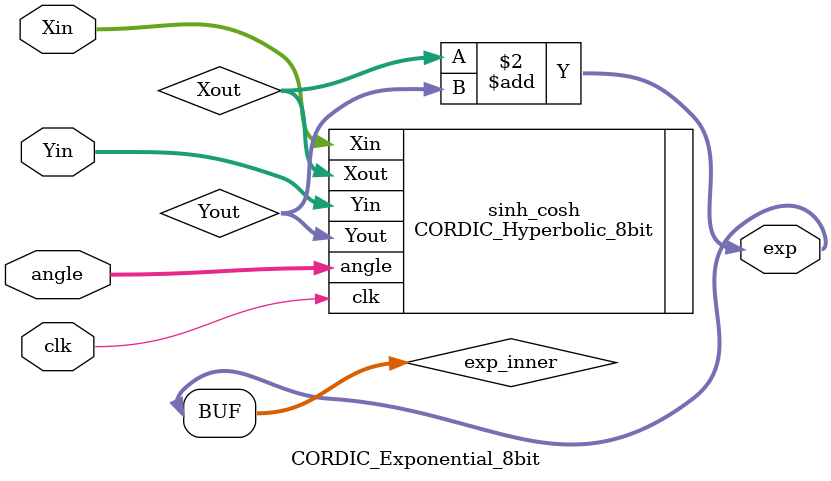
<source format=v>
`timescale 1ns / 1ps

module CORDIC_Exponential_8bit#(parameter XY_SZ = 8)(
    input                        clk,
    input   signed       [31:0]  angle,
    input   signed  [XY_SZ-1:0]  Xin,
    input   signed  [XY_SZ-1:0]  Yin,
    output  signed  [XY_SZ+1:0]  exp
    );
    
    
    wire    signed    [XY_SZ:0]  Xout;   // X_n in the theory
    wire    signed    [XY_SZ:0]  Yout;   // Y_n in the theory
    reg     signed  [XY_SZ+1:0]  exp_inner;
    
CORDIC_Hyperbolic_8bit#(.XY_SZ(XY_SZ)) sinh_cosh(.clk(clk),.angle(angle), .Xin(Xin), .Yin(Yin), .Xout(Xout), .Yout(Yout));

always@(*)
begin
    exp_inner = Xout  + Yout;
end

assign exp = exp_inner;

endmodule

</source>
